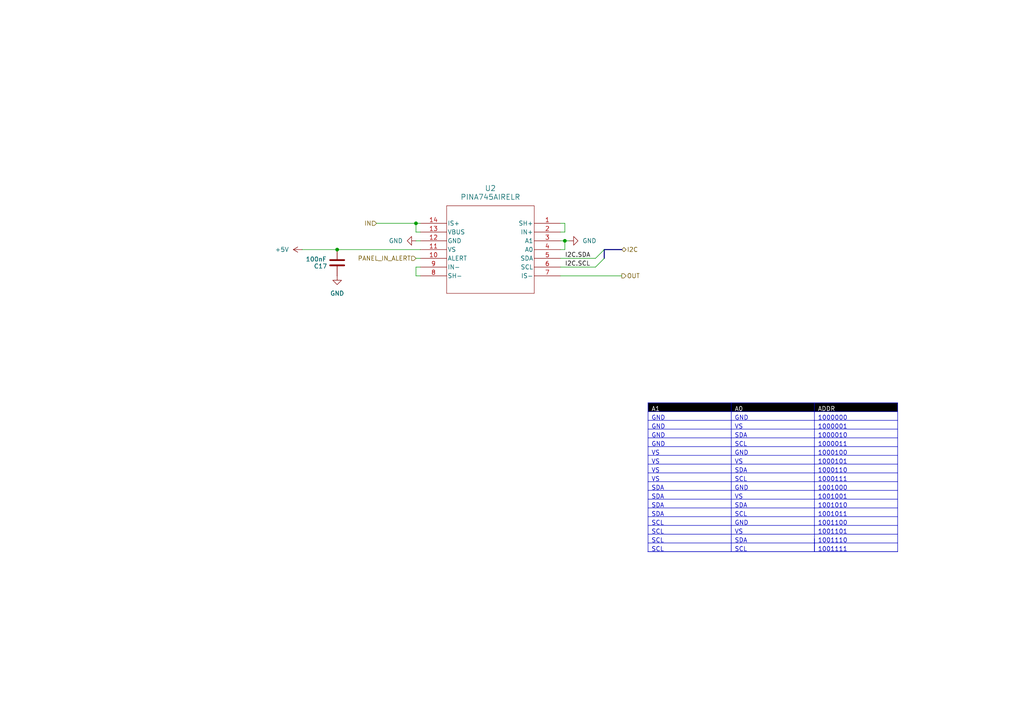
<source format=kicad_sch>
(kicad_sch (version 20250114) (generator "eeschema") (generator_version "9.0")
  (paper "A4")
  (lib_symbols
    (symbol "Device:C" (pin_numbers (hide yes)) (pin_names (offset 0.254))
      (property "Reference" "C" (at 0.635 2.54 0))
      (property "Value" "C" (at 0.635 -2.54 0))
      (symbol "C_0_1"
        (polyline (pts (xy -2.032 0.762) (xy 2.032 0.762)) (stroke (width 0.508)))
        (polyline (pts (xy -2.032 -0.762) (xy 2.032 -0.762)) (stroke (width 0.508)))
      )
      (symbol "C_1_1"
        (pin passive line (at 0 3.81 270) (length 2.794) (name "~") (number "1"))
        (pin passive line (at 0 -3.81 90) (length 2.794) (name "~") (number "2"))
      )
    )
    (symbol "_INA745:PINA745AIRELR" (pin_names (offset 0.254))
      (property "Reference" "U" (at 20.32 10.16 0))
      (property "Value" "PINA745AIRELR" (at 20.32 7.62 0))
      (symbol "PINA745AIRELR_0_1"
        (polyline (pts (xy 7.62 5.08) (xy 7.62 -20.32)) (stroke (width 0.127)))
        (polyline (pts (xy 7.62 -20.32) (xy 33.02 -20.32)) (stroke (width 0.127)))
        (polyline (pts (xy 33.02 5.08) (xy 7.62 5.08)) (stroke (width 0.127)))
        (polyline (pts (xy 33.02 -20.32) (xy 33.02 5.08)) (stroke (width 0.127)))
      )
      (symbol "PINA745AIRELR_1_1"
        (pin output line (at 0 0 0) (length 7.62) (name "SH+") (number "1"))
        (pin input line (at 0 -2.54 0) (length 7.62) (name "IN+") (number "2"))
        (pin input line (at 0 -5.08 0) (length 7.62) (name "A1") (number "3"))
        (pin input line (at 0 -7.62 0) (length 7.62) (name "A0") (number "4"))
        (pin bidirectional line (at 0 -10.16 0) (length 7.62) (name "SDA") (number "5"))
        (pin input line (at 0 -12.7 0) (length 7.62) (name "SCL") (number "6"))
        (pin input line (at 0 -15.24 0) (length 7.62) (name "IS-") (number "7"))
        (pin input line (at 40.64 0 180) (length 7.62) (name "IS+") (number "14"))
        (pin input line (at 40.64 -2.54 180) (length 7.62) (name "VBUS") (number "13"))
        (pin power_out line (at 40.64 -5.08 180) (length 7.62) (name "GND") (number "12"))
        (pin power_in line (at 40.64 -7.62 180) (length 7.62) (name "VS") (number "11"))
        (pin open_collector line (at 40.64 -10.16 180) (length 7.62) (name "ALERT") (number "10"))
        (pin input line (at 40.64 -12.7 180) (length 7.62) (name "IN-") (number "9"))
        (pin input line (at 40.64 -15.24 180) (length 7.62) (name "SH-") (number "8"))
      )
    )
    (symbol "power:+5V" (power) (pin_numbers (hide yes)) (pin_names (offset 0) (hide yes))
      (property "Value" "+5V" (at 0 3.556 0))
      (symbol "+5V_0_1"
        (polyline (pts (xy -0.762 1.27) (xy 0 2.54)))
        (polyline (pts (xy 0 2.54) (xy 0.762 1.27)))
        (polyline (pts (xy 0 0) (xy 0 2.54)))
      )
      (symbol "+5V_1_1"
        (pin power_in line (at 0 0 90) (length 0) (name "~") (number "1"))
      )
    )
    (symbol "power:GND" (power) (pin_numbers (hide yes)) (pin_names (offset 0) (hide yes))
      (property "Value" "GND" (at 0 -3.81 0))
      (symbol "GND_0_1"
        (polyline (pts (xy 0 0) (xy 0 -1.27) (xy 1.27 -1.27) (xy 0 -2.54) (xy -1.27 -1.27) (xy 0 -1.27)))
      )
      (symbol "GND_1_1"
        (pin power_in line (at 0 0 270) (length 0) (name "~") (number "1"))
      )
    )
  )
  (junction (at 97.79 72.39))
  (junction (at 120.65 64.77))
  (junction (at 163.83 69.85))
  (bus_entry (at 172.72 77.47) (size 2.54 -2.54))
  (bus_entry (at 172.72 74.93) (size 2.54 -2.54))
  (wire (pts (xy 120.65 77.47) (xy 121.92 77.47)))
  (wire (pts (xy 162.56 72.39) (xy 163.83 72.39)))
  (wire (pts (xy 121.92 80.01) (xy 120.65 80.01)))
  (wire (pts (xy 162.56 64.77) (xy 163.83 64.77)))
  (bus (pts (xy 175.26 72.39) (xy 175.26 74.93)))
  (wire (pts (xy 163.83 69.85) (xy 165.1 69.85)))
  (bus (pts (xy 175.26 72.39) (xy 180.34 72.39)))
  (wire (pts (xy 120.65 74.93) (xy 121.92 74.93)))
  (wire (pts (xy 120.65 64.77) (xy 121.92 64.77)))
  (wire (pts (xy 120.65 64.77) (xy 120.65 67.31)))
  (wire (pts (xy 121.92 67.31) (xy 120.65 67.31)))
  (wire (pts (xy 120.65 69.85) (xy 121.92 69.85)))
  (wire (pts (xy 162.56 67.31) (xy 163.83 67.31)))
  (wire (pts (xy 87.63 72.39) (xy 97.79 72.39)))
  (wire (pts (xy 120.65 80.01) (xy 120.65 77.47)))
  (wire (pts (xy 97.79 72.39) (xy 121.92 72.39)))
  (wire (pts (xy 162.56 69.85) (xy 163.83 69.85)))
  (wire (pts (xy 162.56 77.47) (xy 172.72 77.47)))
  (wire (pts (xy 163.83 72.39) (xy 163.83 69.85)))
  (wire (pts (xy 162.56 80.01) (xy 180.34 80.01)))
  (wire (pts (xy 109.22 64.77) (xy 120.65 64.77)))
  (wire (pts (xy 163.83 64.77) (xy 163.83 67.31)))
  (wire (pts (xy 162.56 74.93) (xy 172.72 74.93)))
  (table (column_count 3) (border (external yes) (header yes)) (separators (rows yes) (cols yes)) (column_widths 24.13 24.13 24.13) (row_heights 2.54 2.54 2.54 2.54 2.54 2.54 2.54 2.54 2.54 2.54 2.54 2.54 2.54 2.54 2.54 2.54 2.54 0 0 0 -3.81) (cells (table_cell "A1" (at 187.96 116.84 0) (size 24.13 2.54) (margins 0.9525 0.9525 0.9525 0.9525) (span 1 1) (fill (type color) (color 0 0 0 1))) (table_cell "A0" (at 212.09 116.84 0) (size 24.13 2.54) (margins 0.9525 0.9525 0.9525 0.9525) (span 1 1) (fill (type color) (color 0 0 0 1))) (table_cell "ADDR" (at 236.22 116.84 0) (size 24.13 2.54) (margins 0.9525 0.9525 0.9525 0.9525) (span 1 1) (fill (type color) (color 0 0 0 1))) (table_cell "GND" (at 187.96 119.38 0) (size 24.13 2.54) (margins 0.9525 0.9525 0.9525 0.9525) (span 1 1)) (table_cell "GND" (at 212.09 119.38 0) (size 24.13 2.54) (margins 0.9525 0.9525 0.9525 0.9525) (span 1 1)) (table_cell "1000000" (at 236.22 119.38 0) (size 24.13 2.54) (margins 0.9525 0.9525 0.9525 0.9525) (span 1 1)) (table_cell "GND" (at 187.96 121.92 0) (size 24.13 2.54) (margins 0.9525 0.9525 0.9525 0.9525) (span 1 1)) (table_cell "VS" (at 212.09 121.92 0) (size 24.13 2.54) (margins 0.9525 0.9525 0.9525 0.9525) (span 1 1)) (table_cell "1000001" (at 236.22 121.92 0) (size 24.13 2.54) (margins 0.9525 0.9525 0.9525 0.9525) (span 1 1)) (table_cell "GND" (at 187.96 124.46 0) (size 24.13 2.54) (margins 0.9525 0.9525 0.9525 0.9525) (span 1 1)) (table_cell "SDA" (at 212.09 124.46 0) (size 24.13 2.54) (margins 0.9525 0.9525 0.9525 0.9525) (span 1 1)) (table_cell "1000010" (at 236.22 124.46 0) (size 24.13 2.54) (margins 0.9525 0.9525 0.9525 0.9525) (span 1 1)) (table_cell "GND" (at 187.96 127 0) (size 24.13 2.54) (margins 0.9525 0.9525 0.9525 0.9525) (span 1 1)) (table_cell "SCL" (at 212.09 127 0) (size 24.13 2.54) (margins 0.9525 0.9525 0.9525 0.9525) (span 1 1)) (table_cell "1000011" (at 236.22 127 0) (size 24.13 2.54) (margins 0.9525 0.9525 0.9525 0.9525) (span 1 1)) (table_cell "VS" (at 187.96 129.54 0) (size 24.13 2.54) (margins 0.9525 0.9525 0.9525 0.9525) (span 1 1)) (table_cell "GND" (at 212.09 129.54 0) (size 24.13 2.54) (margins 0.9525 0.9525 0.9525 0.9525) (span 1 1)) (table_cell "1000100" (at 236.22 129.54 0) (size 24.13 2.54) (margins 0.9525 0.9525 0.9525 0.9525) (span 1 1)) (table_cell "VS" (at 187.96 132.08 0) (size 24.13 2.54) (margins 0.9525 0.9525 0.9525 0.9525) (span 1 1)) (table_cell "VS" (at 212.09 132.08 0) (size 24.13 2.54) (margins 0.9525 0.9525 0.9525 0.9525) (span 1 1)) (table_cell "1000101" (at 236.22 132.08 0) (size 24.13 2.54) (margins 0.9525 0.9525 0.9525 0.9525) (span 1 1)) (table_cell "VS" (at 187.96 134.62 0) (size 24.13 2.54) (margins 0.9525 0.9525 0.9525 0.9525) (span 1 1)) (table_cell "SDA" (at 212.09 134.62 0) (size 24.13 2.54) (margins 0.9525 0.9525 0.9525 0.9525) (span 1 1)) (table_cell "1000110" (at 236.22 134.62 0) (size 24.13 2.54) (margins 0.9525 0.9525 0.9525 0.9525) (span 1 1)) (table_cell "VS" (at 187.96 137.16 0) (size 24.13 2.54) (margins 0.9525 0.9525 0.9525 0.9525) (span 1 1)) (table_cell "SCL" (at 212.09 137.16 0) (size 24.13 2.54) (margins 0.9525 0.9525 0.9525 0.9525) (span 1 1)) (table_cell "1000111" (at 236.22 137.16 0) (size 24.13 2.54) (margins 0.9525 0.9525 0.9525 0.9525) (span 1 1)) (table_cell "SDA" (at 187.96 139.7 0) (size 24.13 2.54) (margins 0.9525 0.9525 0.9525 0.9525) (span 1 1)) (table_cell "GND" (at 212.09 139.7 0) (size 24.13 2.54) (margins 0.9525 0.9525 0.9525 0.9525) (span 1 1)) (table_cell "1001000" (at 236.22 139.7 0) (size 24.13 2.54) (margins 0.9525 0.9525 0.9525 0.9525) (span 1 1)) (table_cell "SDA" (at 187.96 142.24 0) (size 24.13 2.54) (margins 0.9525 0.9525 0.9525 0.9525) (span 1 1)) (table_cell "VS" (at 212.09 142.24 0) (size 24.13 2.54) (margins 0.9525 0.9525 0.9525 0.9525) (span 1 1)) (table_cell "1001001" (at 236.22 142.24 0) (size 24.13 2.54) (margins 0.9525 0.9525 0.9525 0.9525) (span 1 1)) (table_cell "SDA" (at 187.96 144.78 0) (size 24.13 2.54) (margins 0.9525 0.9525 0.9525 0.9525) (span 1 1)) (table_cell "SDA" (at 212.09 144.78 0) (size 24.13 2.54) (margins 0.9525 0.9525 0.9525 0.9525) (span 1 1)) (table_cell "1001010" (at 236.22 144.78 0) (size 24.13 2.54) (margins 0.9525 0.9525 0.9525 0.9525) (span 1 1)) (table_cell "SDA" (at 187.96 147.32 0) (size 24.13 2.54) (margins 0.9525 0.9525 0.9525 0.9525) (span 1 1)) (table_cell "SCL" (at 212.09 147.32 0) (size 24.13 2.54) (margins 0.9525 0.9525 0.9525 0.9525) (span 1 1)) (table_cell "1001011" (at 236.22 147.32 0) (size 24.13 2.54) (margins 0.9525 0.9525 0.9525 0.9525) (span 1 1)) (table_cell "SCL" (at 187.96 149.86 0) (size 24.13 2.54) (margins 0.9525 0.9525 0.9525 0.9525) (span 1 1)) (table_cell "GND" (at 212.09 149.86 0) (size 24.13 2.54) (margins 0.9525 0.9525 0.9525 0.9525) (span 1 1)) (table_cell "1001100" (at 236.22 149.86 0) (size 24.13 2.54) (margins 0.9525 0.9525 0.9525 0.9525) (span 1 1)) (table_cell "SCL" (at 187.96 152.4 0) (size 24.13 2.54) (margins 0.9525 0.9525 0.9525 0.9525) (span 1 1)) (table_cell "VS" (at 212.09 152.4 0) (size 24.13 2.54) (margins 0.9525 0.9525 0.9525 0.9525) (span 1 1)) (table_cell "1001101" (at 236.22 152.4 0) (size 24.13 2.54) (margins 0.9525 0.9525 0.9525 0.9525) (span 1 1)) (table_cell "SCL" (at 187.96 154.94 0) (size 24.13 2.54) (margins 0.9525 0.9525 0.9525 0.9525) (span 1 1)) (table_cell "SDA" (at 212.09 154.94 0) (size 24.13 2.54) (margins 0.9525 0.9525 0.9525 0.9525) (span 1 1)) (table_cell "1001110" (at 236.22 154.94 0) (size 24.13 2.54) (margins 0.9525 0.9525 0.9525 0.9525) (span 1 1)) (table_cell "SCL" (at 187.96 157.48 0) (size 24.13 2.54) (margins 0.9525 0.9525 0.9525 0.9525) (span 1 1)) (table_cell "SCL" (at 212.09 157.48 0) (size 24.13 2.54) (margins 0.9525 0.9525 0.9525 0.9525) (span 1 1)) (table_cell "1001111" (at 236.22 157.48 0) (size 24.13 2.54) (margins 0.9525 0.9525 0.9525 0.9525) (span 1 1)) (table_cell "" (at 187.96 160.02 0) (size 24.13 0) (margins 0.9525 0.9525 0.9525 0.9525) (span 1 1)) (table_cell "" (at 212.09 160.02 0) (size 24.13 0) (margins 0.9525 0.9525 0.9525 0.9525) (span 1 1)) (table_cell "" (at 236.22 160.02 0) (size 24.13 0) (margins 0.9525 0.9525 0.9525 0.9525) (span 1 1)) (table_cell "" (at 187.96 160.02 0) (size 24.13 0) (margins 0.9525 0.9525 0.9525 0.9525) (span 1 1)) (table_cell "" (at 212.09 160.02 0) (size 24.13 0) (margins 0.9525 0.9525 0.9525 0.9525) (span 1 1)) (table_cell "" (at 236.22 160.02 0) (size 24.13 0) (margins 0.9525 0.9525 0.9525 0.9525) (span 1 1)) (table_cell "" (at 187.96 160.02 0) (size 24.13 0) (margins 0.9525 0.9525 0.9525 0.9525) (span 1 1)) (table_cell "" (at 212.09 160.02 0) (size 24.13 0) (margins 0.9525 0.9525 0.9525 0.9525) (span 1 1)) (table_cell "" (at 236.22 160.02 0) (size 24.13 0) (margins 0.9525 0.9525 0.9525 0.9525) (span 1 1)) (table_cell "" (at 187.96 160.02 0) (size 24.13 -3.81) (margins 0.9525 0.9525 0.9525 0.9525) (span 1 1)) (table_cell "" (at 212.09 160.02 0) (size 24.13 -3.81) (margins 0.9525 0.9525 0.9525 0.9525) (span 1 1)) (table_cell "" (at 236.22 160.02 0) (size 24.13 -3.81) (margins 0.9525 0.9525 0.9525 0.9525) (span 1 1))))
  (label "I2C.SDA" (at 163.83 74.93 0))
  (label "I2C.SCL" (at 163.83 77.47 0))
  (hierarchical_label "I2C" (shape bidirectional) (at 180.34 72.39 0))
  (hierarchical_label "IN" (shape input) (at 109.22 64.77 180))
  (hierarchical_label "PANEL_IN_ALERT" (shape input) (at 120.65 74.93 180))
  (hierarchical_label "OUT" (shape output) (at 180.34 80.01 0))
  (symbol (lib_id "power:GND") (at 120.65 69.85 270) (unit 1)
    (property "Reference" "#PWR015" (effects (hide yes)))
    (property "Value" "GND" (at 116.84 69.8499 90) (effects (justify right)))
    (property "Description" "Power symbol creates a global label with name \"GND\" , ground" (effects (hide yes)))
    (instances (project "" (path "" (reference "#PWR015") (unit 1)) (path "" (reference "#PWR016") (unit 1))))
  )
  (symbol (lib_id "power:+5V") (at 87.63 72.39 90) (unit 1)
    (property "Reference" "#PWR013" (effects (hide yes)))
    (property "Value" "+5V" (at 83.82 72.3899 90) (effects (justify left)))
    (property "Description" "Power symbol creates a global label with name \"+5V\"" (effects (hide yes)))
    (instances (project "" (path "" (reference "#PWR013") (unit 1)) (path "" (reference "#PWR014") (unit 1))))
  )
  (symbol (lib_id "Device:C") (at 97.79 76.2 0) (unit 1)
    (property "Reference" "C17" (at 92.964 77.216 0))
    (property "Value" "100nF" (at 91.694 75.184 0))
    (property "Footprint" "Capacitor_SMD:C_1206_3216Metric" (effects (hide yes)))
    (property "Datasheet" "https://search.murata.co.jp/Ceramy/image/img/A01X/G101/ENG/GCM31C5C1H104FA16-01.pdf" (effects (hide yes)))
    (property "Description" "CAP CER 0.1UF 50V C0G/NP0 1206" (effects (hide yes)))
    (property "Mfr" "Murata Electronics" (effects (hide yes)))
    (property "Mfr P/N" "GCM31C5C1H104FA16L" (effects (hide yes)))
    (property "Supplier_1" "Digikey" (effects (hide yes)))
    (property "Supplier_1 P/N" "490-GCM31C5C1H104FA16LTR-ND" (effects (hide yes)))
    (property "Supplier_1 Unit Price" "0.98000" (effects (hide yes)))
    (property "Supplier_1 Price @ Qty" "1" (effects (hide yes)))
    (instances (project "PowerBoard" (path "" (reference "C17") (unit 1)) (path "" (reference "C18") (unit 1))))
  )
  (symbol (lib_id "power:GND") (at 97.79 80.01 0) (unit 1)
    (property "Reference" "#PWR019" (effects (hide yes)))
    (property "Value" "GND" (at 97.79 85.09 0))
    (property "Description" "Power symbol creates a global label with name \"GND\" , ground" (effects (hide yes)))
    (instances (project "PowerBoard" (path "" (reference "#PWR019") (unit 1)) (path "" (reference "#PWR020") (unit 1))))
  )
  (symbol (lib_id "_INA745:PINA745AIRELR") (at 162.56 64.77 0) (mirror y) (unit 1)
    (property "Reference" "U2" (at 142.24 54.61 0) (effects (font (size 1.524 1.524))))
    (property "Value" "PINA745AIRELR" (at 142.24 57.15 0) (effects (font (size 1.524 1.524))))
    (property "Footprint" "REL0014A_PINA745AIRELR_TEX" (effects (hide yes)))
    (property "Datasheet" "https://www.ti.com/lit/gpn/ina745a" (effects (hide yes)))
    (instances (project "" (path "" (reference "U2") (unit 1)) (path "" (reference "U3") (unit 1))))
  )
  (symbol (lib_id "power:GND") (at 165.1 69.85 90) (unit 1)
    (property "Reference" "#PWR017" (effects (hide yes)))
    (property "Value" "GND" (at 168.91 69.8499 90) (effects (justify right)))
    (property "Description" "Power symbol creates a global label with name \"GND\" , ground" (effects (hide yes)))
    (instances (project "" (path "" (reference "#PWR017") (unit 1)) (path "" (reference "#PWR018") (unit 1))))
  )
)
</source>
